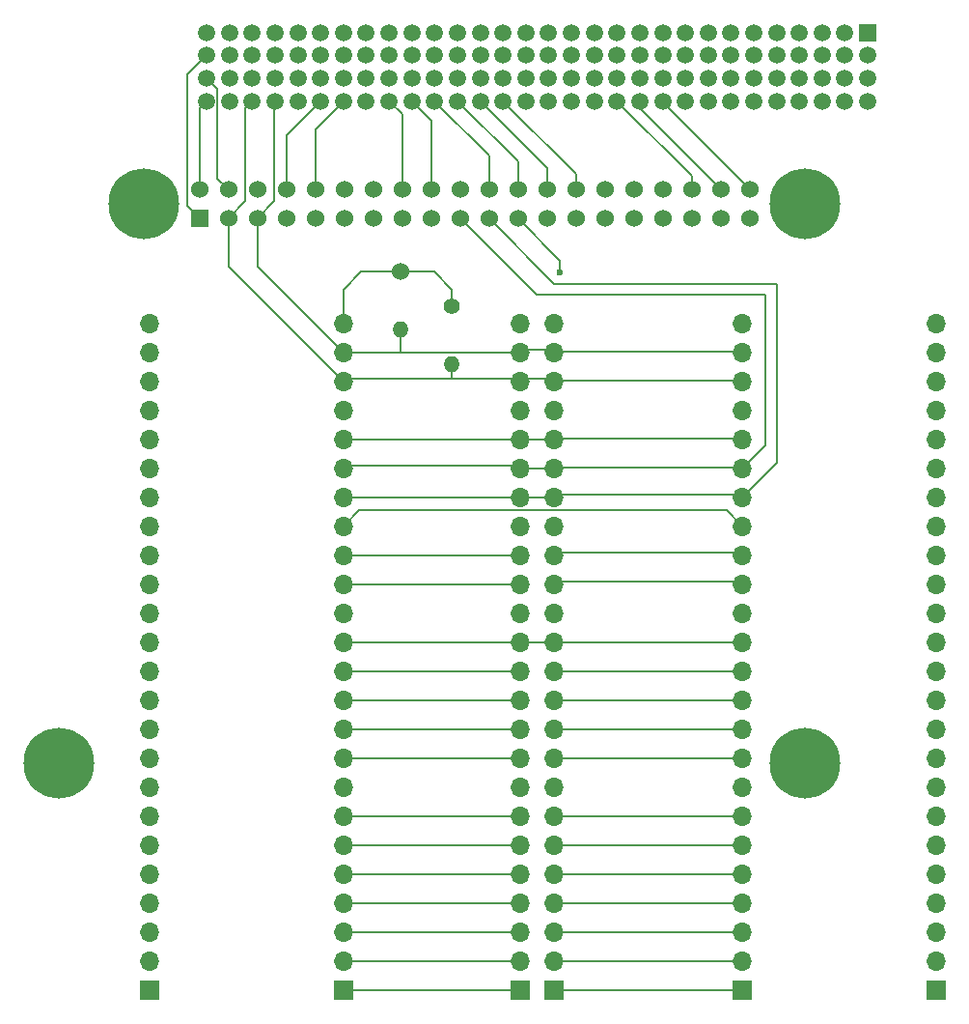
<source format=gbr>
%TF.GenerationSoftware,KiCad,Pcbnew,8.0.0*%
%TF.CreationDate,2025-01-10T02:25:12+02:00*%
%TF.ProjectId,diplomna_2024_pcb_layout,6469706c-6f6d-46e6-915f-323032345f70,rev?*%
%TF.SameCoordinates,Original*%
%TF.FileFunction,Copper,L1,Top*%
%TF.FilePolarity,Positive*%
%FSLAX46Y46*%
G04 Gerber Fmt 4.6, Leading zero omitted, Abs format (unit mm)*
G04 Created by KiCad (PCBNEW 8.0.0) date 2025-01-10 02:25:12*
%MOMM*%
%LPD*%
G01*
G04 APERTURE LIST*
%TA.AperFunction,ComponentPad*%
%ADD10R,1.700000X1.700000*%
%TD*%
%TA.AperFunction,ComponentPad*%
%ADD11O,1.700000X1.700000*%
%TD*%
%TA.AperFunction,ComponentPad*%
%ADD12C,6.200000*%
%TD*%
%TA.AperFunction,ComponentPad*%
%ADD13R,1.524000X1.524000*%
%TD*%
%TA.AperFunction,ComponentPad*%
%ADD14C,1.524000*%
%TD*%
%TA.AperFunction,ComponentPad*%
%ADD15R,1.500000X1.500000*%
%TD*%
%TA.AperFunction,ComponentPad*%
%ADD16C,1.500000*%
%TD*%
%TA.AperFunction,ComponentPad*%
%ADD17O,1.400000X1.400000*%
%TD*%
%TA.AperFunction,ComponentPad*%
%ADD18C,1.400000*%
%TD*%
%TA.AperFunction,ViaPad*%
%ADD19C,0.600000*%
%TD*%
%TA.AperFunction,Conductor*%
%ADD20C,0.200000*%
%TD*%
G04 APERTURE END LIST*
D10*
%TO.P,REF\u002A\u002A,1*%
%TO.N,I/O*%
X186000000Y-138400000D03*
D11*
%TO.P,REF\u002A\u002A,2*%
X186000000Y-135860000D03*
%TO.P,REF\u002A\u002A,3*%
X186000000Y-133320000D03*
%TO.P,REF\u002A\u002A,4*%
X186000000Y-130780000D03*
%TO.P,REF\u002A\u002A,5*%
X186000000Y-128240000D03*
%TO.P,REF\u002A\u002A,6*%
X186000000Y-125700000D03*
%TO.P,REF\u002A\u002A,7*%
X186000000Y-123160000D03*
%TO.P,REF\u002A\u002A,8*%
%TO.N,N/C*%
X186000000Y-120620000D03*
%TO.P,REF\u002A\u002A,9*%
%TO.N,CS*%
X186000000Y-118080000D03*
%TO.P,REF\u002A\u002A,10*%
X186000000Y-115540000D03*
%TO.P,REF\u002A\u002A,11*%
X186000000Y-113000000D03*
%TO.P,REF\u002A\u002A,12*%
X186000000Y-110460000D03*
%TO.P,REF\u002A\u002A,13*%
X186000000Y-107920000D03*
%TO.P,REF\u002A\u002A,14*%
%TO.N,N/C*%
X186000000Y-105380000D03*
%TO.P,REF\u002A\u002A,15*%
%TO.N,analog*%
X186000000Y-102840000D03*
%TO.P,REF\u002A\u002A,16*%
X186000000Y-100300000D03*
%TO.P,REF\u002A\u002A,17*%
%TO.N,CS*%
X186000000Y-97760000D03*
%TO.P,REF\u002A\u002A,18*%
%TO.N,miso*%
X186000000Y-95220000D03*
%TO.P,REF\u002A\u002A,19*%
%TO.N,mosi*%
X186000000Y-92680000D03*
%TO.P,REF\u002A\u002A,20*%
%TO.N,scl*%
X186000000Y-90140000D03*
%TO.P,REF\u002A\u002A,21*%
%TO.N,N/C*%
X186000000Y-87600000D03*
%TO.P,REF\u002A\u002A,22*%
%TO.N,sda_i2c*%
X186000000Y-85060000D03*
%TO.P,REF\u002A\u002A,23*%
%TO.N,scl_i2c*%
X186000000Y-82520000D03*
%TO.P,REF\u002A\u002A,24*%
%TO.N,VDD*%
X186000000Y-79980000D03*
%TD*%
D12*
%TO.P,,S4*%
%TO.N,GND*%
X161000000Y-118500000D03*
%TD*%
D13*
%TO.P,REF\u002A\u002A,1*%
%TO.N,3.3v*%
X173370000Y-70770000D03*
D14*
%TO.P,REF\u002A\u002A,2*%
%TO.N,VDD*%
X173370000Y-68230000D03*
%TO.P,REF\u002A\u002A,3*%
%TO.N,sda_i2c*%
X175910000Y-70770000D03*
%TO.P,REF\u002A\u002A,4*%
%TO.N,VDD*%
X175910000Y-68230000D03*
%TO.P,REF\u002A\u002A,5*%
%TO.N,scl_i2c*%
X178450000Y-70770000D03*
%TO.P,REF\u002A\u002A,6*%
%TO.N,GND*%
X178450000Y-68230000D03*
%TO.P,REF\u002A\u002A,7*%
%TO.N,N/C*%
X180990000Y-70770000D03*
%TO.P,REF\u002A\u002A,8*%
%TO.N,tx*%
X180990000Y-68230000D03*
%TO.P,REF\u002A\u002A,9*%
%TO.N,GND*%
X183530000Y-70770000D03*
%TO.P,REF\u002A\u002A,10*%
%TO.N,rx*%
X183530000Y-68230000D03*
%TO.P,REF\u002A\u002A,11*%
%TO.N,N/C*%
X186070000Y-70770000D03*
%TO.P,REF\u002A\u002A,12*%
X186070000Y-68230000D03*
%TO.P,REF\u002A\u002A,13*%
X188610000Y-70770000D03*
%TO.P,REF\u002A\u002A,14*%
%TO.N,GND*%
X188610000Y-68230000D03*
%TO.P,REF\u002A\u002A,15*%
%TO.N,N/C*%
X191150000Y-70770000D03*
%TO.P,REF\u002A\u002A,16*%
%TO.N,I/O*%
X191150000Y-68230000D03*
%TO.P,REF\u002A\u002A,17*%
%TO.N,N/C*%
X193690000Y-70770000D03*
%TO.P,REF\u002A\u002A,18*%
%TO.N,I/O*%
X193690000Y-68230000D03*
%TO.P,REF\u002A\u002A,19*%
%TO.N,mosi*%
X196230000Y-70770000D03*
%TO.P,REF\u002A\u002A,20*%
%TO.N,GND*%
X196230000Y-68230000D03*
%TO.P,REF\u002A\u002A,21*%
%TO.N,miso*%
X198770000Y-70770000D03*
%TO.P,REF\u002A\u002A,22*%
%TO.N,I/O*%
X198770000Y-68230000D03*
%TO.P,REF\u002A\u002A,23*%
%TO.N,scl*%
X201310000Y-70770000D03*
%TO.P,REF\u002A\u002A,24*%
%TO.N,I/O*%
X201310000Y-68230000D03*
%TO.P,REF\u002A\u002A,25*%
%TO.N,GND*%
X203850000Y-70770000D03*
%TO.P,REF\u002A\u002A,26*%
%TO.N,I/O*%
X203850000Y-68230000D03*
%TO.P,REF\u002A\u002A,27*%
%TO.N,N/C*%
X206390000Y-70770000D03*
%TO.P,REF\u002A\u002A,28*%
%TO.N,I/O*%
X206390000Y-68230000D03*
%TO.P,REF\u002A\u002A,29*%
%TO.N,N/C*%
X208930000Y-70770000D03*
%TO.P,REF\u002A\u002A,30*%
%TO.N,GND*%
X208930000Y-68230000D03*
%TO.P,REF\u002A\u002A,31*%
%TO.N,N/C*%
X211470000Y-70770000D03*
%TO.P,REF\u002A\u002A,32*%
X211470000Y-68230000D03*
%TO.P,REF\u002A\u002A,33*%
X214010000Y-70770000D03*
%TO.P,REF\u002A\u002A,34*%
%TO.N,GND*%
X214010000Y-68230000D03*
%TO.P,REF\u002A\u002A,35*%
%TO.N,N/C*%
X216550000Y-70770000D03*
%TO.P,REF\u002A\u002A,36*%
%TO.N,I/O*%
X216550000Y-68230000D03*
%TO.P,REF\u002A\u002A,37*%
%TO.N,N/C*%
X219090000Y-70770000D03*
%TO.P,REF\u002A\u002A,38*%
%TO.N,I/O*%
X219090000Y-68230000D03*
%TO.P,REF\u002A\u002A,39*%
%TO.N,GND*%
X221630000Y-70770000D03*
%TO.P,REF\u002A\u002A,40*%
%TO.N,I/O*%
X221630000Y-68230000D03*
D12*
%TO.P,REF\u002A\u002A,S1*%
%TO.N,GND*%
X168500000Y-69500000D03*
%TO.P,REF\u002A\u002A,S2*%
X226500000Y-69500000D03*
%TO.P,REF\u002A\u002A,S3*%
X226500000Y-118500000D03*
%TD*%
D10*
%TO.P,REF\u002A\u002A,1*%
%TO.N,N/C*%
X238000000Y-138400000D03*
D11*
%TO.P,REF\u002A\u002A,2*%
X238000000Y-135860000D03*
%TO.P,REF\u002A\u002A,3*%
X238000000Y-133320000D03*
%TO.P,REF\u002A\u002A,4*%
X238000000Y-130780000D03*
%TO.P,REF\u002A\u002A,5*%
X238000000Y-128240000D03*
%TO.P,REF\u002A\u002A,6*%
X238000000Y-125700000D03*
%TO.P,REF\u002A\u002A,7*%
X238000000Y-123160000D03*
%TO.P,REF\u002A\u002A,8*%
X238000000Y-120620000D03*
%TO.P,REF\u002A\u002A,9*%
X238000000Y-118080000D03*
%TO.P,REF\u002A\u002A,10*%
X238000000Y-115540000D03*
%TO.P,REF\u002A\u002A,11*%
X238000000Y-113000000D03*
%TO.P,REF\u002A\u002A,12*%
X238000000Y-110460000D03*
%TO.P,REF\u002A\u002A,13*%
X238000000Y-107920000D03*
%TO.P,REF\u002A\u002A,14*%
X238000000Y-105380000D03*
%TO.P,REF\u002A\u002A,15*%
X238000000Y-102840000D03*
%TO.P,REF\u002A\u002A,16*%
X238000000Y-100300000D03*
%TO.P,REF\u002A\u002A,17*%
X238000000Y-97760000D03*
%TO.P,REF\u002A\u002A,18*%
X238000000Y-95220000D03*
%TO.P,REF\u002A\u002A,19*%
X238000000Y-92680000D03*
%TO.P,REF\u002A\u002A,20*%
X238000000Y-90140000D03*
%TO.P,REF\u002A\u002A,21*%
X238000000Y-87600000D03*
%TO.P,REF\u002A\u002A,22*%
X238000000Y-85060000D03*
%TO.P,REF\u002A\u002A,23*%
X238000000Y-82520000D03*
%TO.P,REF\u002A\u002A,24*%
%TO.N,VDD*%
X238000000Y-79980000D03*
%TD*%
D10*
%TO.P,REF\u002A\u002A,1*%
%TO.N,I/O*%
X204500000Y-138400000D03*
D11*
%TO.P,REF\u002A\u002A,2*%
X204500000Y-135860000D03*
%TO.P,REF\u002A\u002A,3*%
X204500000Y-133320000D03*
%TO.P,REF\u002A\u002A,4*%
X204500000Y-130780000D03*
%TO.P,REF\u002A\u002A,5*%
X204500000Y-128240000D03*
%TO.P,REF\u002A\u002A,6*%
X204500000Y-125700000D03*
%TO.P,REF\u002A\u002A,7*%
X204500000Y-123160000D03*
%TO.P,REF\u002A\u002A,8*%
%TO.N,N/C*%
X204500000Y-120620000D03*
%TO.P,REF\u002A\u002A,9*%
%TO.N,CS*%
X204500000Y-118080000D03*
%TO.P,REF\u002A\u002A,10*%
X204500000Y-115540000D03*
%TO.P,REF\u002A\u002A,11*%
X204500000Y-113000000D03*
%TO.P,REF\u002A\u002A,12*%
X204500000Y-110460000D03*
%TO.P,REF\u002A\u002A,13*%
X204500000Y-107920000D03*
%TO.P,REF\u002A\u002A,14*%
%TO.N,N/C*%
X204500000Y-105380000D03*
%TO.P,REF\u002A\u002A,15*%
%TO.N,analog*%
X204500000Y-102840000D03*
%TO.P,REF\u002A\u002A,16*%
X204500000Y-100300000D03*
%TO.P,REF\u002A\u002A,17*%
%TO.N,N/C*%
X204500000Y-97760000D03*
%TO.P,REF\u002A\u002A,18*%
%TO.N,miso*%
X204500000Y-95220000D03*
%TO.P,REF\u002A\u002A,19*%
%TO.N,mosi*%
X204500000Y-92680000D03*
%TO.P,REF\u002A\u002A,20*%
%TO.N,scl*%
X204500000Y-90140000D03*
%TO.P,REF\u002A\u002A,21*%
%TO.N,N/C*%
X204500000Y-87600000D03*
%TO.P,REF\u002A\u002A,22*%
%TO.N,sda_i2c*%
X204500000Y-85060000D03*
%TO.P,REF\u002A\u002A,23*%
%TO.N,scl_i2c*%
X204500000Y-82520000D03*
%TO.P,REF\u002A\u002A,24*%
%TO.N,N/C*%
X204500000Y-79980000D03*
%TD*%
D10*
%TO.P,REF\u002A\u002A,1*%
%TO.N,I/O*%
X201500000Y-138400000D03*
D11*
%TO.P,REF\u002A\u002A,2*%
X201500000Y-135860000D03*
%TO.P,REF\u002A\u002A,3*%
X201500000Y-133320000D03*
%TO.P,REF\u002A\u002A,4*%
X201500000Y-130780000D03*
%TO.P,REF\u002A\u002A,5*%
X201500000Y-128240000D03*
%TO.P,REF\u002A\u002A,6*%
X201500000Y-125700000D03*
%TO.P,REF\u002A\u002A,7*%
X201500000Y-123160000D03*
%TO.P,REF\u002A\u002A,8*%
%TO.N,N/C*%
X201500000Y-120620000D03*
%TO.P,REF\u002A\u002A,9*%
%TO.N,CS*%
X201500000Y-118080000D03*
%TO.P,REF\u002A\u002A,10*%
X201500000Y-115540000D03*
%TO.P,REF\u002A\u002A,11*%
X201500000Y-113000000D03*
%TO.P,REF\u002A\u002A,12*%
X201500000Y-110460000D03*
%TO.P,REF\u002A\u002A,13*%
X201500000Y-107920000D03*
%TO.P,REF\u002A\u002A,14*%
%TO.N,N/C*%
X201500000Y-105380000D03*
%TO.P,REF\u002A\u002A,15*%
%TO.N,analog*%
X201500000Y-102840000D03*
%TO.P,REF\u002A\u002A,16*%
X201500000Y-100300000D03*
%TO.P,REF\u002A\u002A,17*%
%TO.N,N/C*%
X201500000Y-97760000D03*
%TO.P,REF\u002A\u002A,18*%
%TO.N,miso*%
X201500000Y-95220000D03*
%TO.P,REF\u002A\u002A,19*%
%TO.N,mosi*%
X201500000Y-92680000D03*
%TO.P,REF\u002A\u002A,20*%
%TO.N,scl*%
X201500000Y-90140000D03*
%TO.P,REF\u002A\u002A,21*%
%TO.N,N/C*%
X201500000Y-87600000D03*
%TO.P,REF\u002A\u002A,22*%
%TO.N,sda_i2c*%
X201500000Y-85060000D03*
%TO.P,REF\u002A\u002A,23*%
%TO.N,scl_i2c*%
X201500000Y-82520000D03*
%TO.P,REF\u002A\u002A,24*%
%TO.N,N/C*%
X201500000Y-79980000D03*
%TD*%
D10*
%TO.P,REF\u002A\u002A,1*%
%TO.N,N/C*%
X169000000Y-138400000D03*
D11*
%TO.P,REF\u002A\u002A,2*%
X169000000Y-135860000D03*
%TO.P,REF\u002A\u002A,3*%
X169000000Y-133320000D03*
%TO.P,REF\u002A\u002A,4*%
X169000000Y-130780000D03*
%TO.P,REF\u002A\u002A,5*%
X169000000Y-128240000D03*
%TO.P,REF\u002A\u002A,6*%
X169000000Y-125700000D03*
%TO.P,REF\u002A\u002A,7*%
X169000000Y-123160000D03*
%TO.P,REF\u002A\u002A,8*%
X169000000Y-120620000D03*
%TO.P,REF\u002A\u002A,9*%
X169000000Y-118080000D03*
%TO.P,REF\u002A\u002A,10*%
X169000000Y-115540000D03*
%TO.P,REF\u002A\u002A,11*%
X169000000Y-113000000D03*
%TO.P,REF\u002A\u002A,12*%
X169000000Y-110460000D03*
%TO.P,REF\u002A\u002A,13*%
X169000000Y-107920000D03*
%TO.P,REF\u002A\u002A,14*%
X169000000Y-105380000D03*
%TO.P,REF\u002A\u002A,15*%
X169000000Y-102840000D03*
%TO.P,REF\u002A\u002A,16*%
X169000000Y-100300000D03*
%TO.P,REF\u002A\u002A,17*%
X169000000Y-97760000D03*
%TO.P,REF\u002A\u002A,18*%
X169000000Y-95220000D03*
%TO.P,REF\u002A\u002A,19*%
X169000000Y-92680000D03*
%TO.P,REF\u002A\u002A,20*%
X169000000Y-90140000D03*
%TO.P,REF\u002A\u002A,21*%
X169000000Y-87600000D03*
%TO.P,REF\u002A\u002A,22*%
X169000000Y-85060000D03*
%TO.P,REF\u002A\u002A,23*%
X169000000Y-82520000D03*
%TO.P,REF\u002A\u002A,24*%
%TO.N,GND*%
X169000000Y-79980000D03*
%TD*%
D15*
%TO.P,J\u002A\u002A,1*%
%TO.N,N/C*%
X232000000Y-54500000D03*
D16*
%TO.P,J\u002A\u002A,2*%
X230000000Y-54500000D03*
%TO.P,J\u002A\u002A,3*%
X228000000Y-54500000D03*
%TO.P,J\u002A\u002A,4*%
X226000000Y-54500000D03*
%TO.P,J\u002A\u002A,5*%
X224000000Y-54500000D03*
%TO.P,J\u002A\u002A,6*%
X222000000Y-54500000D03*
%TO.P,J\u002A\u002A,7*%
X220000000Y-54500000D03*
%TO.P,J\u002A\u002A,8*%
X218000000Y-54500000D03*
%TO.P,J\u002A\u002A,9*%
X216000000Y-54500000D03*
%TO.P,J\u002A\u002A,10*%
X214000000Y-54500000D03*
%TO.P,J\u002A\u002A,11*%
X212000000Y-54500000D03*
%TO.P,J\u002A\u002A,12*%
X210000000Y-54500000D03*
%TO.P,J\u002A\u002A,13*%
X208000000Y-54500000D03*
%TO.P,J\u002A\u002A,14*%
X206000000Y-54500000D03*
%TO.P,J\u002A\u002A,15*%
X204000000Y-54500000D03*
%TO.P,J\u002A\u002A,16*%
X202000000Y-54500000D03*
%TO.P,J\u002A\u002A,17*%
X200000000Y-54500000D03*
%TO.P,J\u002A\u002A,18*%
X198000000Y-54500000D03*
%TO.P,J\u002A\u002A,19*%
X196000000Y-54500000D03*
%TO.P,J\u002A\u002A,20*%
X194000000Y-54500000D03*
%TO.P,J\u002A\u002A,21*%
X192000000Y-54500000D03*
%TO.P,J\u002A\u002A,22*%
X190000000Y-54500000D03*
%TO.P,J\u002A\u002A,23*%
X188000000Y-54500000D03*
%TO.P,J\u002A\u002A,24*%
X186000000Y-54500000D03*
%TO.P,J\u002A\u002A,25*%
X184000000Y-54500000D03*
%TO.P,J\u002A\u002A,26*%
X182000000Y-54500000D03*
%TO.P,J\u002A\u002A,27*%
X180000000Y-54500000D03*
%TO.P,J\u002A\u002A,28*%
X178000000Y-54500000D03*
%TO.P,J\u002A\u002A,29*%
X176000000Y-54500000D03*
%TO.P,J\u002A\u002A,30*%
%TO.N,GND*%
X174000000Y-54500000D03*
%TO.P,J\u002A\u002A,31*%
%TO.N,N/C*%
X232000000Y-56500000D03*
%TO.P,J\u002A\u002A,32*%
X230000000Y-56500000D03*
%TO.P,J\u002A\u002A,33*%
X228000000Y-56500000D03*
%TO.P,J\u002A\u002A,34*%
X226000000Y-56500000D03*
%TO.P,J\u002A\u002A,35*%
X224000000Y-56500000D03*
%TO.P,J\u002A\u002A,36*%
X222000000Y-56500000D03*
%TO.P,J\u002A\u002A,37*%
X220000000Y-56500000D03*
%TO.P,J\u002A\u002A,38*%
X218000000Y-56500000D03*
%TO.P,J\u002A\u002A,39*%
X216000000Y-56500000D03*
%TO.P,J\u002A\u002A,40*%
X214000000Y-56500000D03*
%TO.P,J\u002A\u002A,41*%
X212000000Y-56500000D03*
%TO.P,J\u002A\u002A,42*%
X210000000Y-56500000D03*
%TO.P,J\u002A\u002A,43*%
X208000000Y-56500000D03*
%TO.P,J\u002A\u002A,44*%
X206000000Y-56500000D03*
%TO.P,J\u002A\u002A,45*%
X204000000Y-56500000D03*
%TO.P,J\u002A\u002A,46*%
X202000000Y-56500000D03*
%TO.P,J\u002A\u002A,47*%
X200000000Y-56500000D03*
%TO.P,J\u002A\u002A,48*%
X198000000Y-56500000D03*
%TO.P,J\u002A\u002A,49*%
X196000000Y-56500000D03*
%TO.P,J\u002A\u002A,50*%
X194000000Y-56500000D03*
%TO.P,J\u002A\u002A,51*%
X192000000Y-56500000D03*
%TO.P,J\u002A\u002A,52*%
X190000000Y-56500000D03*
%TO.P,J\u002A\u002A,53*%
X188000000Y-56500000D03*
%TO.P,J\u002A\u002A,54*%
X186000000Y-56500000D03*
%TO.P,J\u002A\u002A,55*%
X184000000Y-56500000D03*
%TO.P,J\u002A\u002A,56*%
X182000000Y-56500000D03*
%TO.P,J\u002A\u002A,57*%
X180000000Y-56500000D03*
%TO.P,J\u002A\u002A,58*%
X178000000Y-56500000D03*
%TO.P,J\u002A\u002A,59*%
X176000000Y-56500000D03*
%TO.P,J\u002A\u002A,60*%
%TO.N,3.3v*%
X174000000Y-56500000D03*
%TO.P,J\u002A\u002A,61*%
%TO.N,N/C*%
X232000000Y-58500000D03*
%TO.P,J\u002A\u002A,62*%
X230000000Y-58500000D03*
%TO.P,J\u002A\u002A,63*%
X228000000Y-58500000D03*
%TO.P,J\u002A\u002A,64*%
X226000000Y-58500000D03*
%TO.P,J\u002A\u002A,65*%
X224000000Y-58500000D03*
%TO.P,J\u002A\u002A,66*%
X222000000Y-58500000D03*
%TO.P,J\u002A\u002A,67*%
X220000000Y-58500000D03*
%TO.P,J\u002A\u002A,68*%
X218000000Y-58500000D03*
%TO.P,J\u002A\u002A,69*%
X216000000Y-58500000D03*
%TO.P,J\u002A\u002A,70*%
X214000000Y-58500000D03*
%TO.P,J\u002A\u002A,71*%
X212000000Y-58500000D03*
%TO.P,J\u002A\u002A,72*%
X210000000Y-58500000D03*
%TO.P,J\u002A\u002A,73*%
X208000000Y-58500000D03*
%TO.P,J\u002A\u002A,74*%
X206000000Y-58500000D03*
%TO.P,J\u002A\u002A,75*%
X204000000Y-58500000D03*
%TO.P,J\u002A\u002A,76*%
X202000000Y-58500000D03*
%TO.P,J\u002A\u002A,77*%
X200000000Y-58500000D03*
%TO.P,J\u002A\u002A,78*%
X198000000Y-58500000D03*
%TO.P,J\u002A\u002A,79*%
X196000000Y-58500000D03*
%TO.P,J\u002A\u002A,80*%
X194000000Y-58500000D03*
%TO.P,J\u002A\u002A,81*%
X192000000Y-58500000D03*
%TO.P,J\u002A\u002A,82*%
X190000000Y-58500000D03*
%TO.P,J\u002A\u002A,83*%
X188000000Y-58500000D03*
%TO.P,J\u002A\u002A,84*%
X186000000Y-58500000D03*
%TO.P,J\u002A\u002A,85*%
X184000000Y-58500000D03*
%TO.P,J\u002A\u002A,86*%
X182000000Y-58500000D03*
%TO.P,J\u002A\u002A,87*%
X180000000Y-58500000D03*
%TO.P,J\u002A\u002A,88*%
X178000000Y-58500000D03*
%TO.P,J\u002A\u002A,89*%
X176000000Y-58500000D03*
%TO.P,J\u002A\u002A,90*%
%TO.N,VDD*%
X174000000Y-58500000D03*
%TO.P,J\u002A\u002A,91*%
%TO.N,N/C*%
X232000000Y-60500000D03*
%TO.P,J\u002A\u002A,92*%
X230000000Y-60500000D03*
%TO.P,J\u002A\u002A,93*%
X228000000Y-60500000D03*
%TO.P,J\u002A\u002A,94*%
X226000000Y-60500000D03*
%TO.P,J\u002A\u002A,95*%
X224000000Y-60500000D03*
%TO.P,J\u002A\u002A,96*%
X222000000Y-60500000D03*
%TO.P,J\u002A\u002A,97*%
X220000000Y-60500000D03*
%TO.P,J\u002A\u002A,98*%
X218000000Y-60500000D03*
%TO.P,J\u002A\u002A,99*%
X216000000Y-60500000D03*
%TO.P,J\u002A\u002A,100*%
%TO.N,I/O*%
X214000000Y-60500000D03*
%TO.P,J\u002A\u002A,101*%
X212000000Y-60500000D03*
%TO.P,J\u002A\u002A,102*%
X210000000Y-60500000D03*
%TO.P,J\u002A\u002A,103*%
%TO.N,N/C*%
X208000000Y-60500000D03*
%TO.P,J\u002A\u002A,104*%
X206000000Y-60500000D03*
%TO.P,J\u002A\u002A,105*%
X204000000Y-60500000D03*
%TO.P,J\u002A\u002A,106*%
X202000000Y-60500000D03*
%TO.P,J\u002A\u002A,107*%
%TO.N,I/O*%
X200000000Y-60500000D03*
%TO.P,J\u002A\u002A,108*%
X198000000Y-60500000D03*
%TO.P,J\u002A\u002A,109*%
X196000000Y-60500000D03*
%TO.P,J\u002A\u002A,110*%
X194000000Y-60500000D03*
%TO.P,J\u002A\u002A,111*%
X192000000Y-60500000D03*
%TO.P,J\u002A\u002A,112*%
X190000000Y-60500000D03*
%TO.P,J\u002A\u002A,113*%
%TO.N,N/C*%
X188000000Y-60500000D03*
%TO.P,J\u002A\u002A,114*%
%TO.N,rx*%
X186000000Y-60500000D03*
%TO.P,J\u002A\u002A,115*%
%TO.N,tx*%
X184000000Y-60500000D03*
%TO.P,J\u002A\u002A,116*%
%TO.N,N/C*%
X182000000Y-60500000D03*
%TO.P,J\u002A\u002A,117*%
%TO.N,scl_i2c*%
X180000000Y-60500000D03*
%TO.P,J\u002A\u002A,118*%
%TO.N,sda_i2c*%
X178000000Y-60500000D03*
%TO.P,J\u002A\u002A,119*%
%TO.N,N/C*%
X176000000Y-60500000D03*
%TO.P,J\u002A\u002A,120*%
%TO.N,VDD*%
X174000000Y-60500000D03*
%TD*%
D14*
%TO.P,REF\u002A\u002A,1*%
%TO.N,VDD*%
X191000000Y-75460000D03*
D17*
%TO.P,REF\u002A\u002A,2*%
%TO.N,scl_i2c*%
X191000000Y-80540000D03*
%TD*%
D18*
%TO.P,REF\u002A\u002A,1*%
%TO.N,VDD*%
X195500000Y-78460000D03*
D17*
%TO.P,REF\u002A\u002A,3*%
%TO.N,sda_i2c*%
X195500000Y-83540000D03*
%TD*%
D10*
%TO.P,REF\u002A\u002A,1*%
%TO.N,I/O*%
X221000000Y-138400000D03*
D11*
%TO.P,REF\u002A\u002A,2*%
X221000000Y-135860000D03*
%TO.P,REF\u002A\u002A,3*%
X221000000Y-133320000D03*
%TO.P,REF\u002A\u002A,4*%
X221000000Y-130780000D03*
%TO.P,REF\u002A\u002A,5*%
X221000000Y-128240000D03*
%TO.P,REF\u002A\u002A,6*%
X221000000Y-125700000D03*
%TO.P,REF\u002A\u002A,7*%
X221000000Y-123160000D03*
%TO.P,REF\u002A\u002A,8*%
%TO.N,N/C*%
X221000000Y-120620000D03*
%TO.P,REF\u002A\u002A,9*%
%TO.N,CS*%
X221000000Y-118080000D03*
%TO.P,REF\u002A\u002A,10*%
X221000000Y-115540000D03*
%TO.P,REF\u002A\u002A,11*%
X221000000Y-113000000D03*
%TO.P,REF\u002A\u002A,12*%
X221000000Y-110460000D03*
%TO.P,REF\u002A\u002A,13*%
X221000000Y-107920000D03*
%TO.P,REF\u002A\u002A,14*%
%TO.N,N/C*%
X221000000Y-105380000D03*
%TO.P,REF\u002A\u002A,15*%
%TO.N,analog*%
X221000000Y-102840000D03*
%TO.P,REF\u002A\u002A,16*%
X221000000Y-100300000D03*
%TO.P,REF\u002A\u002A,17*%
%TO.N,CS*%
X221000000Y-97760000D03*
%TO.P,REF\u002A\u002A,18*%
%TO.N,miso*%
X221000000Y-95220000D03*
%TO.P,REF\u002A\u002A,19*%
%TO.N,mosi*%
X221000000Y-92680000D03*
%TO.P,REF\u002A\u002A,20*%
%TO.N,scl*%
X221000000Y-90140000D03*
%TO.P,REF\u002A\u002A,21*%
%TO.N,N/C*%
X221000000Y-87600000D03*
%TO.P,REF\u002A\u002A,22*%
%TO.N,sda_i2c*%
X221000000Y-85060000D03*
%TO.P,REF\u002A\u002A,23*%
%TO.N,scl_i2c*%
X221000000Y-82520000D03*
%TO.P,REF\u002A\u002A,24*%
%TO.N,GND*%
X221000000Y-79980000D03*
%TD*%
D19*
%TO.N,scl*%
X205000000Y-75500000D03*
%TD*%
D20*
%TO.N,VDD*%
X187540000Y-75460000D02*
X186000000Y-77000000D01*
X175910000Y-68230000D02*
X174950000Y-67270000D01*
X173370000Y-68230000D02*
X173370000Y-61130000D01*
X173370000Y-61130000D02*
X174000000Y-60500000D01*
X195500000Y-78460000D02*
X195500000Y-77000000D01*
X186000000Y-77000000D02*
X186000000Y-79980000D01*
X174950000Y-59450000D02*
X174000000Y-58500000D01*
X193960000Y-75460000D02*
X191000000Y-75460000D01*
X191000000Y-75460000D02*
X187540000Y-75460000D01*
X195500000Y-77000000D02*
X193960000Y-75460000D01*
X174950000Y-67270000D02*
X174950000Y-59450000D01*
%TO.N,CS*%
X204500000Y-115540000D02*
X221000000Y-115540000D01*
X204500000Y-118080000D02*
X221000000Y-118080000D01*
X204500000Y-107920000D02*
X201500000Y-107920000D01*
X201500000Y-110460000D02*
X186000000Y-110460000D01*
X186000000Y-113000000D02*
X201500000Y-113000000D01*
X204500000Y-113000000D02*
X221000000Y-113000000D01*
X186000000Y-118080000D02*
X201500000Y-118080000D01*
X187390000Y-96370000D02*
X219610000Y-96370000D01*
X220880000Y-97560000D02*
X221000000Y-97680000D01*
X186000000Y-107920000D02*
X201500000Y-107920000D01*
X201500000Y-115540000D02*
X186000000Y-115540000D01*
X219610000Y-96370000D02*
X221000000Y-97760000D01*
X186000000Y-97760000D02*
X187390000Y-96370000D01*
X204500000Y-110460000D02*
X221000000Y-110460000D01*
X204500000Y-107920000D02*
X221000000Y-107920000D01*
%TO.N,tx*%
X180990000Y-68230000D02*
X180990000Y-63510000D01*
X180990000Y-63510000D02*
X184000000Y-60500000D01*
%TO.N,rx*%
X183530000Y-68230000D02*
X183530000Y-62970000D01*
X183530000Y-62970000D02*
X186000000Y-60500000D01*
%TO.N,3.3v*%
X172308000Y-58192000D02*
X174000000Y-56500000D01*
X172308000Y-69708000D02*
X172308000Y-58192000D01*
X173370000Y-70770000D02*
X172308000Y-69708000D01*
%TO.N,scl_i2c*%
X179928000Y-69292000D02*
X179928000Y-60572000D01*
X220880000Y-82340000D02*
X221000000Y-82460000D01*
X186000000Y-82520000D02*
X191000000Y-82520000D01*
X178450000Y-70770000D02*
X178450000Y-74970000D01*
X204940000Y-82440000D02*
X221000000Y-82440000D01*
X179928000Y-60572000D02*
X180000000Y-60500000D01*
X201300000Y-82520000D02*
X201500000Y-82320000D01*
X204500000Y-82320000D02*
X204820000Y-82320000D01*
X191000000Y-80540000D02*
X191000000Y-82520000D01*
X201500000Y-82320000D02*
X204500000Y-82320000D01*
X204820000Y-82320000D02*
X204940000Y-82440000D01*
X191000000Y-82520000D02*
X201300000Y-82520000D01*
X186200000Y-82340000D02*
X186000000Y-82540000D01*
X178450000Y-74970000D02*
X186000000Y-82520000D01*
X178450000Y-70770000D02*
X179928000Y-69292000D01*
%TO.N,sda_i2c*%
X221000000Y-84980000D02*
X204620000Y-84980000D01*
X186200000Y-84860000D02*
X186000000Y-85060000D01*
X204620000Y-85000000D02*
X204500000Y-84880000D01*
X201500000Y-84860000D02*
X195500000Y-84860000D01*
X177388000Y-61112000D02*
X178000000Y-60500000D01*
X195500000Y-84860000D02*
X186200000Y-84860000D01*
X201500000Y-84860000D02*
X204500000Y-84860000D01*
X186200000Y-84880000D02*
X186000000Y-85080000D01*
X175910000Y-70770000D02*
X177388000Y-69292000D01*
X175910000Y-70770000D02*
X175910000Y-74970000D01*
X177388000Y-69292000D02*
X177388000Y-61112000D01*
X204620000Y-84980000D02*
X204500000Y-84860000D01*
X195500000Y-83540000D02*
X195500000Y-84860000D01*
X175910000Y-74970000D02*
X186000000Y-85060000D01*
%TO.N,scl*%
X201500000Y-90140000D02*
X204500000Y-90140000D01*
X201310000Y-70770000D02*
X205000000Y-74460000D01*
X204620000Y-90060000D02*
X204500000Y-89940000D01*
X221000000Y-90060000D02*
X204620000Y-90060000D01*
X186000000Y-90140000D02*
X201300000Y-90140000D01*
X204500000Y-89940000D02*
X204940000Y-89940000D01*
X204940000Y-89940000D02*
X205060000Y-90060000D01*
X201300000Y-90140000D02*
X201500000Y-89940000D01*
X205000000Y-74460000D02*
X205000000Y-75500000D01*
%TO.N,mosi*%
X202960000Y-77500000D02*
X223000000Y-77500000D01*
X223000000Y-90680000D02*
X221000000Y-92680000D01*
X201500000Y-92680000D02*
X204500000Y-92680000D01*
X223000000Y-77500000D02*
X223000000Y-90680000D01*
X221000000Y-92600000D02*
X204620000Y-92600000D01*
X201500000Y-92480000D02*
X186200000Y-92480000D01*
X196230000Y-70770000D02*
X202960000Y-77500000D01*
X204620000Y-92600000D02*
X204500000Y-92480000D01*
X186200000Y-92480000D02*
X186000000Y-92680000D01*
%TO.N,miso*%
X201300000Y-95220000D02*
X201500000Y-95020000D01*
X224000000Y-76500000D02*
X224000000Y-92220000D01*
X224000000Y-92220000D02*
X221000000Y-95220000D01*
X201500000Y-95220000D02*
X204500000Y-95220000D01*
X198770000Y-70770000D02*
X204500000Y-76500000D01*
X204500000Y-95020000D02*
X220880000Y-95020000D01*
X186000000Y-95220000D02*
X201300000Y-95220000D01*
X220880000Y-95020000D02*
X221000000Y-95140000D01*
X204500000Y-76500000D02*
X224000000Y-76500000D01*
%TO.N,analog*%
X220880000Y-100100000D02*
X221000000Y-100220000D01*
X186000000Y-102840000D02*
X201300000Y-102840000D01*
X186000000Y-100300000D02*
X201300000Y-100300000D01*
X204500000Y-100100000D02*
X220880000Y-100100000D01*
X201300000Y-100300000D02*
X201500000Y-100100000D01*
X204500000Y-102640000D02*
X220880000Y-102640000D01*
X201300000Y-102840000D02*
X201500000Y-102640000D01*
X220880000Y-102640000D02*
X221000000Y-102760000D01*
%TO.N,I/O*%
X191150000Y-68230000D02*
X191150000Y-61650000D01*
X186000000Y-125700000D02*
X201500000Y-125700000D01*
X212000000Y-61140000D02*
X212000000Y-60500000D01*
X186000000Y-130780000D02*
X201500000Y-130780000D01*
X198770000Y-68230000D02*
X198770000Y-65270000D01*
X204500000Y-128240000D02*
X221000000Y-128240000D01*
X214000000Y-60600000D02*
X214000000Y-60500000D01*
X186000000Y-133320000D02*
X201500000Y-133320000D01*
X186000000Y-138400000D02*
X201500000Y-138400000D01*
X221000000Y-138400000D02*
X204500000Y-138400000D01*
X204500000Y-130780000D02*
X221000000Y-130780000D01*
X201310000Y-68230000D02*
X201310000Y-65810000D01*
X204500000Y-135860000D02*
X221000000Y-135860000D01*
X219090000Y-68230000D02*
X212000000Y-61140000D01*
X216550000Y-67050000D02*
X210000000Y-60500000D01*
X206390000Y-66890000D02*
X200000000Y-60500000D01*
X191150000Y-61650000D02*
X190000000Y-60500000D01*
X221630000Y-68230000D02*
X214000000Y-60600000D01*
X221000000Y-133320000D02*
X204500000Y-133320000D01*
X203850000Y-66350000D02*
X198000000Y-60500000D01*
X186000000Y-128240000D02*
X201500000Y-128240000D01*
X193690000Y-68230000D02*
X193690000Y-62190000D01*
X186000000Y-135860000D02*
X201500000Y-135860000D01*
X216550000Y-68230000D02*
X216550000Y-67050000D01*
X204500000Y-125700000D02*
X221000000Y-125700000D01*
X201310000Y-65810000D02*
X196000000Y-60500000D01*
X203850000Y-68230000D02*
X203850000Y-66350000D01*
X204500000Y-123160000D02*
X221000000Y-123160000D01*
X193690000Y-62190000D02*
X192000000Y-60500000D01*
X186000000Y-123160000D02*
X201500000Y-123160000D01*
X198770000Y-65270000D02*
X194000000Y-60500000D01*
X206390000Y-68230000D02*
X206390000Y-66890000D01*
%TD*%
M02*

</source>
